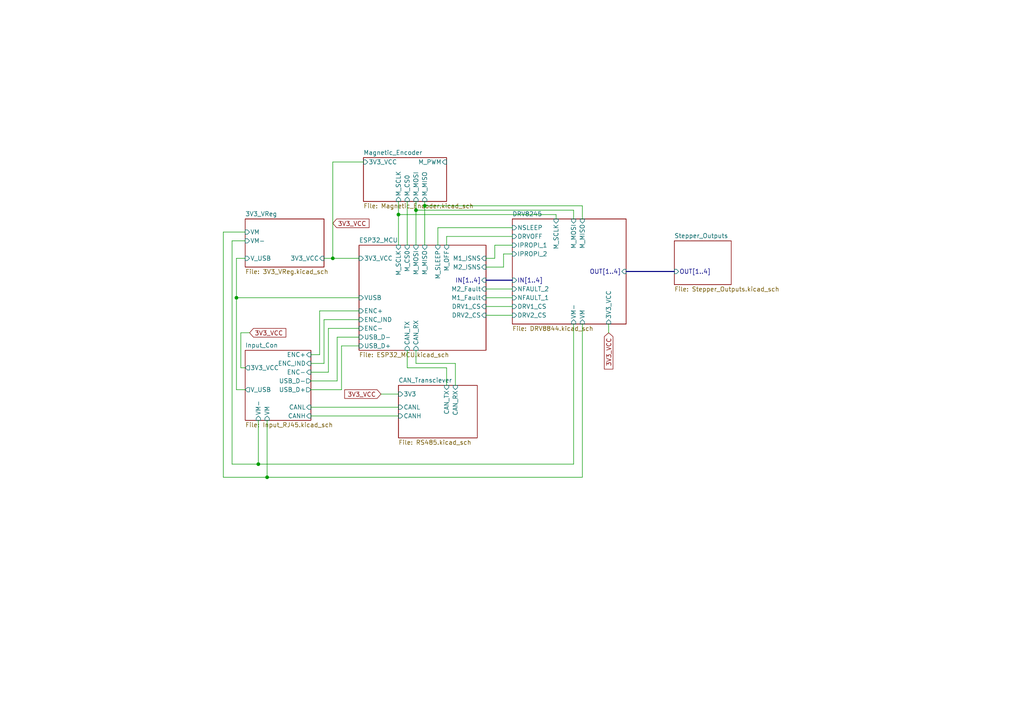
<source format=kicad_sch>
(kicad_sch
	(version 20231120)
	(generator "eeschema")
	(generator_version "8.0")
	(uuid "ab592993-dafc-411a-b466-8e8425f43767")
	(paper "A4")
	(lib_symbols)
	(junction
		(at 123.19 59.69)
		(diameter 0)
		(color 0 0 0 0)
		(uuid "0f9572ea-49c7-4e3e-b730-3902400c16af")
	)
	(junction
		(at 115.57 62.23)
		(diameter 0)
		(color 0 0 0 0)
		(uuid "150179fc-cea6-450e-a406-4a9d91d0f386")
	)
	(junction
		(at 77.47 138.43)
		(diameter 0)
		(color 0 0 0 0)
		(uuid "2dbdf8c0-0474-4ad2-8d56-84ba3905a0d4")
	)
	(junction
		(at 120.65 60.96)
		(diameter 0)
		(color 0 0 0 0)
		(uuid "4a32c327-780d-4cdb-8bfe-6d14d31e884a")
	)
	(junction
		(at 96.52 74.93)
		(diameter 0)
		(color 0 0 0 0)
		(uuid "be65843f-c4c1-429d-bd19-075a3fc10091")
	)
	(junction
		(at 74.93 134.62)
		(diameter 0)
		(color 0 0 0 0)
		(uuid "c25271cd-6392-4d64-82e3-22b5c912c643")
	)
	(junction
		(at 68.58 86.36)
		(diameter 0)
		(color 0 0 0 0)
		(uuid "de38df86-096d-4551-adc8-f490a7c31bad")
	)
	(wire
		(pts
			(xy 104.14 97.79) (xy 97.79 97.79)
		)
		(stroke
			(width 0)
			(type default)
		)
		(uuid "06d522e6-e2c3-4907-a334-82d0f67c0fa5")
	)
	(wire
		(pts
			(xy 68.58 74.93) (xy 68.58 86.36)
		)
		(stroke
			(width 0)
			(type default)
		)
		(uuid "0721c6f8-ccd8-4739-aa55-c81b45f78f35")
	)
	(wire
		(pts
			(xy 129.54 106.68) (xy 129.54 111.76)
		)
		(stroke
			(width 0)
			(type default)
		)
		(uuid "07a63e12-417f-4b89-9a10-ec19440a05d8")
	)
	(wire
		(pts
			(xy 69.85 96.52) (xy 69.85 106.68)
		)
		(stroke
			(width 0)
			(type default)
		)
		(uuid "09da7cdb-41b2-4b0e-8dc0-3ffd38ec1750")
	)
	(wire
		(pts
			(xy 120.65 105.41) (xy 132.08 105.41)
		)
		(stroke
			(width 0)
			(type default)
		)
		(uuid "0a3c9737-2581-4f29-8124-a076238c19e4")
	)
	(wire
		(pts
			(xy 68.58 113.03) (xy 71.12 113.03)
		)
		(stroke
			(width 0)
			(type default)
		)
		(uuid "0c784d65-5389-40c1-82bd-9b5ce7f04b49")
	)
	(wire
		(pts
			(xy 115.57 62.23) (xy 161.29 62.23)
		)
		(stroke
			(width 0)
			(type default)
		)
		(uuid "11079767-1058-4c89-85f0-beafcda2e72e")
	)
	(wire
		(pts
			(xy 129.54 68.58) (xy 148.59 68.58)
		)
		(stroke
			(width 0)
			(type default)
		)
		(uuid "136931db-dff7-4989-827d-76a419467986")
	)
	(wire
		(pts
			(xy 97.79 97.79) (xy 97.79 110.49)
		)
		(stroke
			(width 0)
			(type default)
		)
		(uuid "1421805c-52d3-4acf-8b85-fd7da557fe86")
	)
	(wire
		(pts
			(xy 74.93 121.92) (xy 74.93 134.62)
		)
		(stroke
			(width 0)
			(type default)
		)
		(uuid "1802ecae-9b9c-4bd2-aa2c-336cf4dd5c5a")
	)
	(wire
		(pts
			(xy 104.14 74.93) (xy 96.52 74.93)
		)
		(stroke
			(width 0)
			(type default)
		)
		(uuid "27f05394-22ca-45de-b31f-5d46b66b15d6")
	)
	(wire
		(pts
			(xy 104.14 90.17) (xy 92.71 90.17)
		)
		(stroke
			(width 0)
			(type default)
		)
		(uuid "2a422ff5-0454-4343-8387-e6ed8af6aa4b")
	)
	(wire
		(pts
			(xy 64.77 67.31) (xy 64.77 138.43)
		)
		(stroke
			(width 0)
			(type default)
		)
		(uuid "2c57770e-74bb-4773-9ea3-312807d0ae49")
	)
	(wire
		(pts
			(xy 93.98 92.71) (xy 93.98 105.41)
		)
		(stroke
			(width 0)
			(type default)
		)
		(uuid "2e883a09-1664-4114-ab47-deb706737b81")
	)
	(wire
		(pts
			(xy 120.65 101.6) (xy 120.65 105.41)
		)
		(stroke
			(width 0)
			(type default)
		)
		(uuid "3195ad9e-909e-4f30-ab49-e757394ecc5f")
	)
	(wire
		(pts
			(xy 95.25 107.95) (xy 90.17 107.95)
		)
		(stroke
			(width 0)
			(type default)
		)
		(uuid "3d1df7ac-73fe-4f3d-aad3-6f5d59d0a4bc")
	)
	(wire
		(pts
			(xy 118.11 101.6) (xy 118.11 106.68)
		)
		(stroke
			(width 0)
			(type default)
		)
		(uuid "498a67ad-bc07-440d-9049-673373ae238d")
	)
	(wire
		(pts
			(xy 120.65 58.42) (xy 120.65 60.96)
		)
		(stroke
			(width 0)
			(type default)
		)
		(uuid "4d98de90-8676-4cf0-ac0f-0dd34e1112e5")
	)
	(wire
		(pts
			(xy 166.37 60.96) (xy 120.65 60.96)
		)
		(stroke
			(width 0)
			(type default)
		)
		(uuid "4ef3cc65-517b-4199-9260-1de40ccaa1b1")
	)
	(wire
		(pts
			(xy 93.98 74.93) (xy 96.52 74.93)
		)
		(stroke
			(width 0)
			(type default)
		)
		(uuid "5af06905-1b39-4ae0-bbfc-b0144e415830")
	)
	(wire
		(pts
			(xy 123.19 58.42) (xy 123.19 59.69)
		)
		(stroke
			(width 0)
			(type default)
		)
		(uuid "5b6b99f4-5d1b-40c4-8d65-7db1735157b5")
	)
	(wire
		(pts
			(xy 92.71 90.17) (xy 92.71 102.87)
		)
		(stroke
			(width 0)
			(type default)
		)
		(uuid "5e865939-2d04-47ef-9b19-c2de56287947")
	)
	(wire
		(pts
			(xy 96.52 46.99) (xy 105.41 46.99)
		)
		(stroke
			(width 0)
			(type default)
		)
		(uuid "62ceaeb1-6554-4e77-aac4-22a5f7ba1bdc")
	)
	(wire
		(pts
			(xy 90.17 120.65) (xy 115.57 120.65)
		)
		(stroke
			(width 0)
			(type default)
		)
		(uuid "6767032b-5915-4962-9b77-e97ce5a82c1d")
	)
	(wire
		(pts
			(xy 99.06 100.33) (xy 99.06 113.03)
		)
		(stroke
			(width 0)
			(type default)
		)
		(uuid "6fc929dd-42df-4378-a62a-899fe5d6fdd1")
	)
	(wire
		(pts
			(xy 140.97 91.44) (xy 148.59 91.44)
		)
		(stroke
			(width 0)
			(type default)
		)
		(uuid "751b1f13-34f7-4dc6-b981-07f6f29238dd")
	)
	(wire
		(pts
			(xy 143.51 71.12) (xy 148.59 71.12)
		)
		(stroke
			(width 0)
			(type default)
		)
		(uuid "770d25e2-8f6a-4baf-b762-05f2e4afac7d")
	)
	(wire
		(pts
			(xy 132.08 105.41) (xy 132.08 111.76)
		)
		(stroke
			(width 0)
			(type default)
		)
		(uuid "777a824e-250c-4b2a-9936-7c1c9656c310")
	)
	(wire
		(pts
			(xy 118.11 58.42) (xy 118.11 71.12)
		)
		(stroke
			(width 0)
			(type default)
		)
		(uuid "7a271bfc-bfa1-4dba-b552-cb6e13e4e845")
	)
	(wire
		(pts
			(xy 77.47 138.43) (xy 168.91 138.43)
		)
		(stroke
			(width 0)
			(type default)
		)
		(uuid "7b0f4ecd-d895-48d5-aa6b-3f4798bccff9")
	)
	(wire
		(pts
			(xy 168.91 59.69) (xy 123.19 59.69)
		)
		(stroke
			(width 0)
			(type default)
		)
		(uuid "7f59c5ef-beab-4a41-8d4e-b6ed5c8bfcc0")
	)
	(wire
		(pts
			(xy 92.71 102.87) (xy 90.17 102.87)
		)
		(stroke
			(width 0)
			(type default)
		)
		(uuid "7f63a0c4-2cab-45ab-9c4a-f330059db122")
	)
	(bus
		(pts
			(xy 181.61 78.74) (xy 195.58 78.74)
		)
		(stroke
			(width 0)
			(type default)
		)
		(uuid "7f72d343-760f-4401-be5e-8b632c3eed49")
	)
	(wire
		(pts
			(xy 115.57 58.42) (xy 115.57 62.23)
		)
		(stroke
			(width 0)
			(type default)
		)
		(uuid "804a64f5-213e-4142-b665-7f6730f6866a")
	)
	(wire
		(pts
			(xy 104.14 100.33) (xy 99.06 100.33)
		)
		(stroke
			(width 0)
			(type default)
		)
		(uuid "86a604bc-0d7b-48da-bdab-6579b46422f3")
	)
	(wire
		(pts
			(xy 115.57 62.23) (xy 115.57 71.12)
		)
		(stroke
			(width 0)
			(type default)
		)
		(uuid "8986d28c-76bd-4d0e-a46b-cf1eec2eafc2")
	)
	(wire
		(pts
			(xy 68.58 86.36) (xy 68.58 113.03)
		)
		(stroke
			(width 0)
			(type default)
		)
		(uuid "8b365eb9-07f6-4c1f-8f88-aad1289dae3c")
	)
	(wire
		(pts
			(xy 146.05 73.66) (xy 148.59 73.66)
		)
		(stroke
			(width 0)
			(type default)
		)
		(uuid "8dd6bbac-b920-44f9-b1c0-8b45346e5da3")
	)
	(wire
		(pts
			(xy 140.97 74.93) (xy 143.51 74.93)
		)
		(stroke
			(width 0)
			(type default)
		)
		(uuid "8ec3b624-4de2-48f3-abe5-b54ee1862bb0")
	)
	(wire
		(pts
			(xy 120.65 60.96) (xy 120.65 71.12)
		)
		(stroke
			(width 0)
			(type default)
		)
		(uuid "8f89b459-870e-49d2-bcc1-2f12e3e70138")
	)
	(wire
		(pts
			(xy 104.14 92.71) (xy 93.98 92.71)
		)
		(stroke
			(width 0)
			(type default)
		)
		(uuid "965c8a32-9e2e-4eae-a966-0ebb114f1b5d")
	)
	(wire
		(pts
			(xy 68.58 86.36) (xy 104.14 86.36)
		)
		(stroke
			(width 0)
			(type default)
		)
		(uuid "981a2ebb-b3d9-44bd-8914-a5707bef17a4")
	)
	(wire
		(pts
			(xy 110.49 114.3) (xy 115.57 114.3)
		)
		(stroke
			(width 0)
			(type default)
		)
		(uuid "98c17dc2-5cfd-4504-920b-2f467df5169c")
	)
	(wire
		(pts
			(xy 140.97 86.36) (xy 148.59 86.36)
		)
		(stroke
			(width 0)
			(type default)
		)
		(uuid "9b6acf08-80d2-42f2-bb9c-3267dcf30aba")
	)
	(wire
		(pts
			(xy 97.79 110.49) (xy 90.17 110.49)
		)
		(stroke
			(width 0)
			(type default)
		)
		(uuid "a10ce9d8-b79d-4814-ba03-0d5ebac0bf75")
	)
	(wire
		(pts
			(xy 67.31 69.85) (xy 67.31 134.62)
		)
		(stroke
			(width 0)
			(type default)
		)
		(uuid "a4e5b0a5-a147-46cc-9c24-8bf8032fbc3a")
	)
	(wire
		(pts
			(xy 72.39 96.52) (xy 69.85 96.52)
		)
		(stroke
			(width 0)
			(type default)
		)
		(uuid "a5167b61-ccd2-43ca-a531-68362fd7ea27")
	)
	(bus
		(pts
			(xy 140.97 81.28) (xy 148.59 81.28)
		)
		(stroke
			(width 0)
			(type default)
		)
		(uuid "ab59b097-b146-482a-88cf-5c459ede6ea5")
	)
	(wire
		(pts
			(xy 118.11 106.68) (xy 129.54 106.68)
		)
		(stroke
			(width 0)
			(type default)
		)
		(uuid "ab9c8a8d-8f63-4415-a42a-0c47ac918e68")
	)
	(wire
		(pts
			(xy 96.52 46.99) (xy 96.52 74.93)
		)
		(stroke
			(width 0)
			(type default)
		)
		(uuid "adbf4baf-03e6-49c3-8bc0-1147f399cd2b")
	)
	(wire
		(pts
			(xy 90.17 118.11) (xy 115.57 118.11)
		)
		(stroke
			(width 0)
			(type default)
		)
		(uuid "b22968bf-12e9-441f-ab1b-157a2b4f974a")
	)
	(wire
		(pts
			(xy 104.14 95.25) (xy 95.25 95.25)
		)
		(stroke
			(width 0)
			(type default)
		)
		(uuid "b3eef9f8-9d36-4783-8da4-fc6085376c47")
	)
	(wire
		(pts
			(xy 166.37 134.62) (xy 166.37 93.98)
		)
		(stroke
			(width 0)
			(type default)
		)
		(uuid "b670ba66-6e81-41bd-9de5-0413364bcf94")
	)
	(wire
		(pts
			(xy 69.85 106.68) (xy 71.12 106.68)
		)
		(stroke
			(width 0)
			(type default)
		)
		(uuid "b849824a-e37f-4046-868d-be6bff91cf16")
	)
	(wire
		(pts
			(xy 64.77 138.43) (xy 77.47 138.43)
		)
		(stroke
			(width 0)
			(type default)
		)
		(uuid "c1904aa6-2335-44a5-8cfd-4929eaafd69f")
	)
	(wire
		(pts
			(xy 127 66.04) (xy 148.59 66.04)
		)
		(stroke
			(width 0)
			(type default)
		)
		(uuid "c6ddc749-101d-4360-bb54-0c18edec6374")
	)
	(wire
		(pts
			(xy 140.97 83.82) (xy 148.59 83.82)
		)
		(stroke
			(width 0)
			(type default)
		)
		(uuid "caf59733-3408-4817-9ac6-750f0a74faa0")
	)
	(wire
		(pts
			(xy 143.51 74.93) (xy 143.51 71.12)
		)
		(stroke
			(width 0)
			(type default)
		)
		(uuid "cd21b827-3f8c-45a2-9083-2bd1e7761487")
	)
	(wire
		(pts
			(xy 146.05 77.47) (xy 146.05 73.66)
		)
		(stroke
			(width 0)
			(type default)
		)
		(uuid "cf3cf7c3-8f30-42cd-9ff1-51e72697cb53")
	)
	(wire
		(pts
			(xy 95.25 95.25) (xy 95.25 107.95)
		)
		(stroke
			(width 0)
			(type default)
		)
		(uuid "d5ec19c1-6982-44d3-876c-201701bfff3a")
	)
	(wire
		(pts
			(xy 161.29 62.23) (xy 161.29 63.5)
		)
		(stroke
			(width 0)
			(type default)
		)
		(uuid "d6d5acf5-8bc8-46e1-bb2a-dc90e47ad655")
	)
	(wire
		(pts
			(xy 140.97 88.9) (xy 148.59 88.9)
		)
		(stroke
			(width 0)
			(type default)
		)
		(uuid "df847f36-3e65-440d-a716-b44f7f39ca41")
	)
	(wire
		(pts
			(xy 74.93 134.62) (xy 166.37 134.62)
		)
		(stroke
			(width 0)
			(type default)
		)
		(uuid "e00af5d0-b58b-4238-8866-d6f2fdecd79a")
	)
	(wire
		(pts
			(xy 77.47 121.92) (xy 77.47 138.43)
		)
		(stroke
			(width 0)
			(type default)
		)
		(uuid "e0e1346b-6b27-4d38-9fc8-ff7be2303966")
	)
	(wire
		(pts
			(xy 129.54 71.12) (xy 129.54 68.58)
		)
		(stroke
			(width 0)
			(type default)
		)
		(uuid "e2963d2f-3d07-44e6-9bbf-fcdf883e7aec")
	)
	(wire
		(pts
			(xy 127 71.12) (xy 127 66.04)
		)
		(stroke
			(width 0)
			(type default)
		)
		(uuid "e447967c-43ad-4b61-86e9-6e9153cb5afb")
	)
	(wire
		(pts
			(xy 168.91 138.43) (xy 168.91 93.98)
		)
		(stroke
			(width 0)
			(type default)
		)
		(uuid "e4e814ce-2136-4331-8dd6-391617fb51c6")
	)
	(wire
		(pts
			(xy 176.53 93.98) (xy 176.53 96.52)
		)
		(stroke
			(width 0)
			(type default)
		)
		(uuid "e5244f08-4e80-4ddc-9cfb-894c042f4e1a")
	)
	(wire
		(pts
			(xy 99.06 113.03) (xy 90.17 113.03)
		)
		(stroke
			(width 0)
			(type default)
		)
		(uuid "e93d80ed-4441-4054-81ec-a2cde613b339")
	)
	(wire
		(pts
			(xy 168.91 63.5) (xy 168.91 59.69)
		)
		(stroke
			(width 0)
			(type default)
		)
		(uuid "ea8600e4-9531-4cdd-a686-18b9819ac10c")
	)
	(wire
		(pts
			(xy 93.98 105.41) (xy 90.17 105.41)
		)
		(stroke
			(width 0)
			(type default)
		)
		(uuid "ecc89f34-4ca0-484c-8ced-d831e69e7dca")
	)
	(wire
		(pts
			(xy 71.12 74.93) (xy 68.58 74.93)
		)
		(stroke
			(width 0)
			(type default)
		)
		(uuid "ee261595-9732-4818-a5b2-f79631fd7cbf")
	)
	(wire
		(pts
			(xy 123.19 59.69) (xy 123.19 71.12)
		)
		(stroke
			(width 0)
			(type default)
		)
		(uuid "f0bc847a-6bed-4bbc-9a47-e49f53dfab00")
	)
	(wire
		(pts
			(xy 166.37 63.5) (xy 166.37 60.96)
		)
		(stroke
			(width 0)
			(type default)
		)
		(uuid "f3c54d98-d1d0-47ec-9d41-ee7540141de6")
	)
	(wire
		(pts
			(xy 140.97 77.47) (xy 146.05 77.47)
		)
		(stroke
			(width 0)
			(type default)
		)
		(uuid "f46f29a8-8554-4718-a7f1-4b41236df647")
	)
	(wire
		(pts
			(xy 71.12 69.85) (xy 67.31 69.85)
		)
		(stroke
			(width 0)
			(type default)
		)
		(uuid "f6bdcb9a-0a27-41ec-bdb8-e7fded65336e")
	)
	(wire
		(pts
			(xy 67.31 134.62) (xy 74.93 134.62)
		)
		(stroke
			(width 0)
			(type default)
		)
		(uuid "f743e353-4fec-4a4f-84f3-2cfe5120ed86")
	)
	(wire
		(pts
			(xy 71.12 67.31) (xy 64.77 67.31)
		)
		(stroke
			(width 0)
			(type default)
		)
		(uuid "fe511bc3-83e8-4236-85b3-757dd4f25af5")
	)
	(global_label "3V3_VCC"
		(shape input)
		(at 176.53 96.52 270)
		(fields_autoplaced yes)
		(effects
			(font
				(size 1.27 1.27)
			)
			(justify right)
		)
		(uuid "14af8e95-bf7a-4917-b6af-ada412bb9eb6")
		(property "Intersheetrefs" "${INTERSHEET_REFS}"
			(at 176.53 107.609 90)
			(effects
				(font
					(size 1.27 1.27)
				)
				(justify right)
				(hide yes)
			)
		)
	)
	(global_label "3V3_VCC"
		(shape input)
		(at 72.39 96.52 0)
		(fields_autoplaced yes)
		(effects
			(font
				(size 1.27 1.27)
			)
			(justify left)
		)
		(uuid "18481fba-ae0b-438b-aa2a-444dbb862c76")
		(property "Intersheetrefs" "${INTERSHEET_REFS}"
			(at 83.479 96.52 0)
			(effects
				(font
					(size 1.27 1.27)
				)
				(justify left)
				(hide yes)
			)
		)
	)
	(global_label "3V3_VCC"
		(shape input)
		(at 96.52 64.77 0)
		(fields_autoplaced yes)
		(effects
			(font
				(size 1.27 1.27)
			)
			(justify left)
		)
		(uuid "7d75a034-5da0-4812-9dff-5c339651a922")
		(property "Intersheetrefs" "${INTERSHEET_REFS}"
			(at 107.609 64.77 0)
			(effects
				(font
					(size 1.27 1.27)
				)
				(justify left)
				(hide yes)
			)
		)
	)
	(global_label "3V3_VCC"
		(shape input)
		(at 110.49 114.3 180)
		(fields_autoplaced yes)
		(effects
			(font
				(size 1.27 1.27)
			)
			(justify right)
		)
		(uuid "b0118387-337b-4b3f-9d4e-15b6449a0951")
		(property "Intersheetrefs" "${INTERSHEET_REFS}"
			(at 99.401 114.3 0)
			(effects
				(font
					(size 1.27 1.27)
				)
				(justify right)
				(hide yes)
			)
		)
	)
	(sheet
		(at 71.12 101.6)
		(size 19.05 20.32)
		(fields_autoplaced yes)
		(stroke
			(width 0.1524)
			(type solid)
		)
		(fill
			(color 0 0 0 0.0000)
		)
		(uuid "1bafc6f7-07ea-452b-8b4f-66f8063c8934")
		(property "Sheetname" "Input_Con"
			(at 71.12 100.8884 0)
			(effects
				(font
					(size 1.27 1.27)
				)
				(justify left bottom)
			)
		)
		(property "Sheetfile" "Input_RJ45.kicad_sch"
			(at 71.12 122.5046 0)
			(effects
				(font
					(size 1.27 1.27)
				)
				(justify left top)
			)
		)
		(pin "VM" input
			(at 77.47 121.92 270)
			(effects
				(font
					(size 1.27 1.27)
				)
				(justify left)
			)
			(uuid "1140850a-3343-4b1e-8260-8d70f6306dd1")
		)
		(pin "VM-" input
			(at 74.93 121.92 270)
			(effects
				(font
					(size 1.27 1.27)
				)
				(justify left)
			)
			(uuid "0f9c25ac-4a2f-4e3e-808b-83bdd6294ea8")
		)
		(pin "CANL" input
			(at 90.17 118.11 0)
			(effects
				(font
					(size 1.27 1.27)
				)
				(justify right)
			)
			(uuid "3bb62567-73ab-4712-ac96-68bbae6809aa")
		)
		(pin "CANH" input
			(at 90.17 120.65 0)
			(effects
				(font
					(size 1.27 1.27)
				)
				(justify right)
			)
			(uuid "fcb1e379-073e-426c-bc30-6da3bf79af14")
		)
		(pin "V_USB" output
			(at 71.12 113.03 180)
			(effects
				(font
					(size 1.27 1.27)
				)
				(justify left)
			)
			(uuid "08bbca1a-441d-4266-addf-f322078d12ba")
		)
		(pin "USB_D+" output
			(at 90.17 113.03 0)
			(effects
				(font
					(size 1.27 1.27)
				)
				(justify right)
			)
			(uuid "14abaf0a-df1b-4f00-ae29-603af02b04da")
		)
		(pin "USB_D-" output
			(at 90.17 110.49 0)
			(effects
				(font
					(size 1.27 1.27)
				)
				(justify right)
			)
			(uuid "f955ded7-cb94-4f86-aa34-b0ad2b6fb792")
		)
		(pin "ENC-" input
			(at 90.17 107.95 0)
			(effects
				(font
					(size 1.27 1.27)
				)
				(justify right)
			)
			(uuid "e47d6458-9b13-40ef-bfb4-8b84450a6a9e")
		)
		(pin "ENC_IND" input
			(at 90.17 105.41 0)
			(effects
				(font
					(size 1.27 1.27)
				)
				(justify right)
			)
			(uuid "199597e1-5c13-4c56-9bba-2e02008faf07")
		)
		(pin "ENC+" input
			(at 90.17 102.87 0)
			(effects
				(font
					(size 1.27 1.27)
				)
				(justify right)
			)
			(uuid "eeace12a-0b65-4282-b61f-4947c6b61542")
		)
		(pin "3V3_VCC" output
			(at 71.12 106.68 180)
			(effects
				(font
					(size 1.27 1.27)
				)
				(justify left)
			)
			(uuid "90e025d0-0d67-4fc1-9401-77418089f990")
		)
		(instances
			(project "IntegratedStepper"
				(path "/ab592993-dafc-411a-b466-8e8425f43767"
					(page "7")
				)
			)
		)
	)
	(sheet
		(at 195.58 69.85)
		(size 16.51 12.7)
		(fields_autoplaced yes)
		(stroke
			(width 0.1524)
			(type solid)
		)
		(fill
			(color 0 0 0 0.0000)
		)
		(uuid "43bbe4fd-5a99-4112-a855-d9b549a4340b")
		(property "Sheetname" "Stepper_Outputs"
			(at 195.58 69.1384 0)
			(effects
				(font
					(size 1.27 1.27)
				)
				(justify left bottom)
			)
		)
		(property "Sheetfile" "Stepper_Outputs.kicad_sch"
			(at 195.58 83.1346 0)
			(effects
				(font
					(size 1.27 1.27)
				)
				(justify left top)
			)
		)
		(pin "OUT[1..4]" input
			(at 195.58 78.74 180)
			(effects
				(font
					(size 1.27 1.27)
				)
				(justify left)
			)
			(uuid "2baa762a-6645-4ad1-a0c6-4c7c8c3b7ad3")
		)
		(instances
			(project "IntegratedStepper"
				(path "/ab592993-dafc-411a-b466-8e8425f43767"
					(page "8")
				)
			)
		)
	)
	(sheet
		(at 148.59 63.5)
		(size 33.02 30.48)
		(fields_autoplaced yes)
		(stroke
			(width 0.1524)
			(type solid)
		)
		(fill
			(color 0 0 0 0.0000)
		)
		(uuid "629c76d2-6f66-4ca5-9833-9cfbfc13e6ac")
		(property "Sheetname" "DRV8245"
			(at 148.59 62.7884 0)
			(effects
				(font
					(size 1.27 1.27)
				)
				(justify left bottom)
			)
		)
		(property "Sheetfile" "DRV8844.kicad_sch"
			(at 148.59 94.5646 0)
			(effects
				(font
					(size 1.27 1.27)
				)
				(justify left top)
			)
		)
		(pin "VM-" input
			(at 166.37 93.98 270)
			(effects
				(font
					(size 1.27 1.27)
				)
				(justify left)
			)
			(uuid "7f57cda8-0575-4df8-90ea-930a885d1e30")
		)
		(pin "VM" input
			(at 168.91 93.98 270)
			(effects
				(font
					(size 1.27 1.27)
				)
				(justify left)
			)
			(uuid "e58896e0-ce06-42e5-9112-ef92589b8875")
		)
		(pin "IN[1..4]" input
			(at 148.59 81.28 180)
			(effects
				(font
					(size 1.27 1.27)
				)
				(justify left)
			)
			(uuid "03254f50-1928-4a65-8a6c-55cadd1a42a7")
		)
		(pin "OUT[1..4]" input
			(at 181.61 78.74 0)
			(effects
				(font
					(size 1.27 1.27)
				)
				(justify right)
			)
			(uuid "1439ccfd-3ed2-4194-94b2-d43a4d8a86d2")
		)
		(pin "3V3_VCC" input
			(at 176.53 93.98 270)
			(effects
				(font
					(size 1.27 1.27)
				)
				(justify left)
			)
			(uuid "83ceb30b-6f56-4ab0-b25d-0525c23d308f")
		)
		(pin "NFAULT_1" input
			(at 148.59 86.36 180)
			(effects
				(font
					(size 1.27 1.27)
				)
				(justify left)
			)
			(uuid "e0433150-1a29-458b-ab20-2d6bc7442d8a")
		)
		(pin "IPROPI_2" input
			(at 148.59 73.66 180)
			(effects
				(font
					(size 1.27 1.27)
				)
				(justify left)
			)
			(uuid "75277674-bd66-4144-b0ab-0471cecb4679")
		)
		(pin "NFAULT_2" input
			(at 148.59 83.82 180)
			(effects
				(font
					(size 1.27 1.27)
				)
				(justify left)
			)
			(uuid "cfa0220d-1644-4708-8d8d-ffe40251b3c0")
		)
		(pin "IPROPI_1" input
			(at 148.59 71.12 180)
			(effects
				(font
					(size 1.27 1.27)
				)
				(justify left)
			)
			(uuid "cd6eb39b-4266-44e4-b037-d7d71425d340")
		)
		(pin "NSLEEP" input
			(at 148.59 66.04 180)
			(effects
				(font
					(size 1.27 1.27)
				)
				(justify left)
			)
			(uuid "2d944093-5b19-40bc-b8a2-1ec0f9eff7ce")
		)
		(pin "DRVOFF" input
			(at 148.59 68.58 180)
			(effects
				(font
					(size 1.27 1.27)
				)
				(justify left)
			)
			(uuid "dde2ab02-d6bb-411d-aead-dd05c48ec88a")
		)
		(pin "M_SCLK" input
			(at 161.29 63.5 90)
			(effects
				(font
					(size 1.27 1.27)
				)
				(justify right)
			)
			(uuid "30674fad-80ec-44ab-9113-e91bf10c69df")
		)
		(pin "M_MISO" input
			(at 168.91 63.5 90)
			(effects
				(font
					(size 1.27 1.27)
				)
				(justify right)
			)
			(uuid "a03614b6-e265-4c6a-8b25-eed81604d58e")
		)
		(pin "M_MOSI" input
			(at 166.37 63.5 90)
			(effects
				(font
					(size 1.27 1.27)
				)
				(justify right)
			)
			(uuid "f9a1019c-2fd0-4ac8-8ba2-5fdbfda039b4")
		)
		(pin "DRV1_CS" input
			(at 148.59 88.9 180)
			(effects
				(font
					(size 1.27 1.27)
				)
				(justify left)
			)
			(uuid "c7c47a9f-25b0-4df1-b1c0-130baadcabf3")
		)
		(pin "DRV2_CS" input
			(at 148.59 91.44 180)
			(effects
				(font
					(size 1.27 1.27)
				)
				(justify left)
			)
			(uuid "f45e601b-2e10-4af6-9827-77b678ab6479")
		)
		(instances
			(project "IntegratedStepper"
				(path "/ab592993-dafc-411a-b466-8e8425f43767"
					(page "2")
				)
			)
		)
	)
	(sheet
		(at 105.41 45.72)
		(size 24.13 12.7)
		(fields_autoplaced yes)
		(stroke
			(width 0.1524)
			(type solid)
		)
		(fill
			(color 0 0 0 0.0000)
		)
		(uuid "6da1971f-08c3-4e21-a92d-fad67e956a56")
		(property "Sheetname" "Magnetic_Encoder"
			(at 105.41 45.0084 0)
			(effects
				(font
					(size 1.27 1.27)
				)
				(justify left bottom)
			)
		)
		(property "Sheetfile" "Magnetic_Encoder.kicad_sch"
			(at 105.41 59.0046 0)
			(effects
				(font
					(size 1.27 1.27)
				)
				(justify left top)
			)
		)
		(pin "M_PWM" input
			(at 129.54 46.99 0)
			(effects
				(font
					(size 1.27 1.27)
				)
				(justify right)
			)
			(uuid "cb976376-23bf-4f59-b379-724d5794e929")
		)
		(pin "3V3_VCC" input
			(at 105.41 46.99 180)
			(effects
				(font
					(size 1.27 1.27)
				)
				(justify left)
			)
			(uuid "0e0a678e-cc9b-4dc8-a0c2-d288d6cc8103")
		)
		(pin "M_MOSI" input
			(at 120.65 58.42 270)
			(effects
				(font
					(size 1.27 1.27)
				)
				(justify left)
			)
			(uuid "2275abed-0e2c-4ae3-84c4-842becda3c72")
		)
		(pin "M_SCLK" input
			(at 115.57 58.42 270)
			(effects
				(font
					(size 1.27 1.27)
				)
				(justify left)
			)
			(uuid "9c701a93-e837-4182-b5a3-1a43a5a8255c")
		)
		(pin "M_CS0" input
			(at 118.11 58.42 270)
			(effects
				(font
					(size 1.27 1.27)
				)
				(justify left)
			)
			(uuid "bf78e423-c414-455b-9ce7-754fa1025e32")
		)
		(pin "M_MISO" input
			(at 123.19 58.42 270)
			(effects
				(font
					(size 1.27 1.27)
				)
				(justify left)
			)
			(uuid "0009a698-8d3f-4190-83da-7d89427b7368")
		)
		(instances
			(project "IntegratedStepper"
				(path "/ab592993-dafc-411a-b466-8e8425f43767"
					(page "6")
				)
			)
		)
	)
	(sheet
		(at 104.14 71.12)
		(size 36.83 30.48)
		(fields_autoplaced yes)
		(stroke
			(width 0.1524)
			(type solid)
		)
		(fill
			(color 0 0 0 0.0000)
		)
		(uuid "b9563b8e-97b8-4046-b1ec-b1f0622bda15")
		(property "Sheetname" "ESP32_MCU"
			(at 104.14 70.4084 0)
			(effects
				(font
					(size 1.27 1.27)
				)
				(justify left bottom)
			)
		)
		(property "Sheetfile" "ESP32_MCU.kicad_sch"
			(at 104.14 102.1846 0)
			(effects
				(font
					(size 1.27 1.27)
				)
				(justify left top)
			)
		)
		(pin "ENC+" input
			(at 104.14 90.17 180)
			(effects
				(font
					(size 1.27 1.27)
				)
				(justify left)
			)
			(uuid "e2e8b8ca-90b3-455a-a5af-91263b4485a3")
		)
		(pin "ENC-" input
			(at 104.14 95.25 180)
			(effects
				(font
					(size 1.27 1.27)
				)
				(justify left)
			)
			(uuid "a7d88ff7-6b78-4a9c-9964-194e34400162")
		)
		(pin "3V3_VCC" input
			(at 104.14 74.93 180)
			(effects
				(font
					(size 1.27 1.27)
				)
				(justify left)
			)
			(uuid "8d6f38d5-0827-44ed-a7a4-23fa0c7d94f2")
		)
		(pin "USB_D-" input
			(at 104.14 97.79 180)
			(effects
				(font
					(size 1.27 1.27)
				)
				(justify left)
			)
			(uuid "5ca00091-bbda-4dac-a2af-5fccd2e9b56a")
		)
		(pin "USB_D+" input
			(at 104.14 100.33 180)
			(effects
				(font
					(size 1.27 1.27)
				)
				(justify left)
			)
			(uuid "85bbcd51-190a-4fd1-8c21-f38bbab30cdc")
		)
		(pin "ENC_IND" input
			(at 104.14 92.71 180)
			(effects
				(font
					(size 1.27 1.27)
				)
				(justify left)
			)
			(uuid "fcb6350c-3a4f-4b72-9186-e4a1bcc82962")
		)
		(pin "IN[1..4]" input
			(at 140.97 81.28 0)
			(effects
				(font
					(size 1.27 1.27)
				)
				(justify right)
			)
			(uuid "d01a591b-a3d6-4fe6-8e7e-9fa579b765ec")
		)
		(pin "VUSB" input
			(at 104.14 86.36 180)
			(effects
				(font
					(size 1.27 1.27)
				)
				(justify left)
			)
			(uuid "564b3965-549e-4bbe-8216-3c3a031a9ed5")
		)
		(pin "M_CS0" input
			(at 118.11 71.12 90)
			(effects
				(font
					(size 1.27 1.27)
				)
				(justify right)
			)
			(uuid "aa765147-b872-4153-b092-bbca6ccf22fa")
		)
		(pin "M_MOSI" input
			(at 120.65 71.12 90)
			(effects
				(font
					(size 1.27 1.27)
				)
				(justify right)
			)
			(uuid "313b1e9a-00d5-4f07-8a4d-3554213ce90d")
		)
		(pin "M_MISO" input
			(at 123.19 71.12 90)
			(effects
				(font
					(size 1.27 1.27)
				)
				(justify right)
			)
			(uuid "5881a464-ab07-471c-a31a-ebd68409fe04")
		)
		(pin "M_SCLK" input
			(at 115.57 71.12 90)
			(effects
				(font
					(size 1.27 1.27)
				)
				(justify right)
			)
			(uuid "a0e4c198-d906-4c5e-9bb8-ab7892d02057")
		)
		(pin "CAN_TX" input
			(at 118.11 101.6 270)
			(effects
				(font
					(size 1.27 1.27)
				)
				(justify left)
			)
			(uuid "2ba52a86-e69f-4fc4-8d2a-d038fb326dd7")
		)
		(pin "CAN_RX" input
			(at 120.65 101.6 270)
			(effects
				(font
					(size 1.27 1.27)
				)
				(justify left)
			)
			(uuid "f1fb82a7-a50a-4f9f-91f0-884cf6360198")
		)
		(pin "M2_ISNS" input
			(at 140.97 77.47 0)
			(effects
				(font
					(size 1.27 1.27)
				)
				(justify right)
			)
			(uuid "7ab760c8-14bc-4f7f-94cd-37613929ecfc")
		)
		(pin "M1_ISNS" input
			(at 140.97 74.93 0)
			(effects
				(font
					(size 1.27 1.27)
				)
				(justify right)
			)
			(uuid "fcce284e-7950-4228-8395-41db186000a4")
		)
		(pin "M1_Fault" input
			(at 140.97 86.36 0)
			(effects
				(font
					(size 1.27 1.27)
				)
				(justify right)
			)
			(uuid "0975151e-5502-4ee5-8f95-af77d976db68")
		)
		(pin "M2_Fault" input
			(at 140.97 83.82 0)
			(effects
				(font
					(size 1.27 1.27)
				)
				(justify right)
			)
			(uuid "a1d8d98a-e1c9-4512-ba9f-37d9d0a98676")
		)
		(pin "M_OFF" input
			(at 129.54 71.12 90)
			(effects
				(font
					(size 1.27 1.27)
				)
				(justify right)
			)
			(uuid "3d86d957-f216-49be-bd88-8076739f309d")
		)
		(pin "M_SLEEP" input
			(at 127 71.12 90)
			(effects
				(font
					(size 1.27 1.27)
				)
				(justify right)
			)
			(uuid "e856be4a-0ff0-48fa-bed4-5c0941ca2ece")
		)
		(pin "DRV1_CS" input
			(at 140.97 88.9 0)
			(effects
				(font
					(size 1.27 1.27)
				)
				(justify right)
			)
			(uuid "afb3d3ac-5d40-4169-a5f3-98e517fed129")
		)
		(pin "DRV2_CS" input
			(at 140.97 91.44 0)
			(effects
				(font
					(size 1.27 1.27)
				)
				(justify right)
			)
			(uuid "fd356176-9fea-428b-a94e-7bcb87a28234")
		)
		(instances
			(project "IntegratedStepper"
				(path "/ab592993-dafc-411a-b466-8e8425f43767"
					(page "3")
				)
			)
		)
	)
	(sheet
		(at 71.12 63.5)
		(size 22.86 13.97)
		(fields_autoplaced yes)
		(stroke
			(width 0.1524)
			(type solid)
		)
		(fill
			(color 0 0 0 0.0000)
		)
		(uuid "d5a65a76-d2a9-4a70-8b8b-adaaf9a3d4cb")
		(property "Sheetname" "3V3_VReg"
			(at 71.12 62.7884 0)
			(effects
				(font
					(size 1.27 1.27)
				)
				(justify left bottom)
			)
		)
		(property "Sheetfile" "3V3_VReg.kicad_sch"
			(at 71.12 78.0546 0)
			(effects
				(font
					(size 1.27 1.27)
				)
				(justify left top)
			)
		)
		(pin "3V3_VCC" input
			(at 93.98 74.93 0)
			(effects
				(font
					(size 1.27 1.27)
				)
				(justify right)
			)
			(uuid "102707f0-f2e2-430d-900a-281c14faa5f4")
		)
		(pin "V_USB" input
			(at 71.12 74.93 180)
			(effects
				(font
					(size 1.27 1.27)
				)
				(justify left)
			)
			(uuid "0ee6d0f0-ac1d-4d1f-a249-13b904d39892")
		)
		(pin "VM" input
			(at 71.12 67.31 180)
			(effects
				(font
					(size 1.27 1.27)
				)
				(justify left)
			)
			(uuid "1d6d3420-dfd1-40be-8674-c6e943fdba8f")
		)
		(pin "VM-" input
			(at 71.12 69.85 180)
			(effects
				(font
					(size 1.27 1.27)
				)
				(justify left)
			)
			(uuid "6fa9b801-aeed-45f9-95c6-deb8179320a0")
		)
		(instances
			(project "IntegratedStepper"
				(path "/ab592993-dafc-411a-b466-8e8425f43767"
					(page "4")
				)
			)
		)
	)
	(sheet
		(at 115.57 111.76)
		(size 22.86 15.24)
		(fields_autoplaced yes)
		(stroke
			(width 0.1524)
			(type solid)
		)
		(fill
			(color 0 0 0 0.0000)
		)
		(uuid "f6cdbece-6675-4a06-843f-4c3f5c22b49a")
		(property "Sheetname" "CAN_Transciever"
			(at 115.57 111.0484 0)
			(effects
				(font
					(size 1.27 1.27)
				)
				(justify left bottom)
			)
		)
		(property "Sheetfile" "RS485.kicad_sch"
			(at 115.57 127.5846 0)
			(effects
				(font
					(size 1.27 1.27)
				)
				(justify left top)
			)
		)
		(pin "3V3" input
			(at 115.57 114.3 180)
			(effects
				(font
					(size 1.27 1.27)
				)
				(justify left)
			)
			(uuid "e0ef17ff-88f2-4d08-bfe0-6bf306c3ca5a")
		)
		(pin "CANL" input
			(at 115.57 118.11 180)
			(effects
				(font
					(size 1.27 1.27)
				)
				(justify left)
			)
			(uuid "608a9a22-f84b-4b1e-be02-ff87d803989f")
		)
		(pin "CANH" input
			(at 115.57 120.65 180)
			(effects
				(font
					(size 1.27 1.27)
				)
				(justify left)
			)
			(uuid "1bca3b53-6fce-4a4c-a334-9931d4d8ccb3")
		)
		(pin "CAN_TX" input
			(at 129.54 111.76 90)
			(effects
				(font
					(size 1.27 1.27)
				)
				(justify right)
			)
			(uuid "55a15389-2559-4cca-9c3f-19d7f9af29ac")
		)
		(pin "CAN_RX" input
			(at 132.08 111.76 90)
			(effects
				(font
					(size 1.27 1.27)
				)
				(justify right)
			)
			(uuid "267f2282-8bbd-4a83-80a9-6f6726c4d3be")
		)
		(instances
			(project "IntegratedStepper"
				(path "/ab592993-dafc-411a-b466-8e8425f43767"
					(page "5")
				)
			)
		)
	)
	(sheet_instances
		(path "/"
			(page "1")
		)
	)
)
</source>
